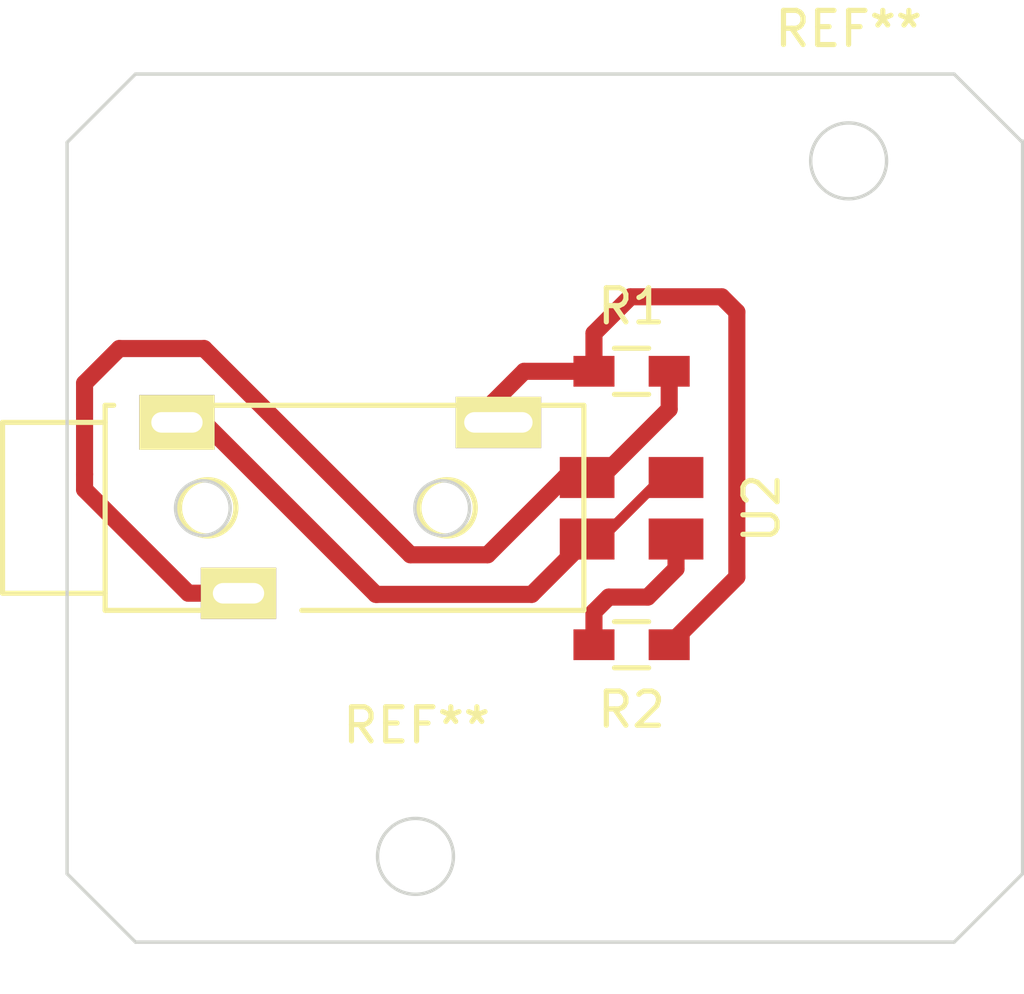
<source format=kicad_pcb>
(kicad_pcb (version 4) (host pcbnew "(after 2015-may-01 BZR unknown)-product")

  (general
    (links 7)
    (no_connects 0)
    (area 93.448612 89.6038 147.236708 119.69968)
    (thickness 1.6)
    (drawings 13)
    (tracks 35)
    (zones 0)
    (modules 6)
    (nets 5)
  )

  (page A4)
  (layers
    (0 F.Cu signal)
    (31 B.Cu signal hide)
    (32 B.Adhes user hide)
    (33 F.Adhes user hide)
    (34 B.Paste user)
    (35 F.Paste user hide)
    (36 B.SilkS user hide)
    (37 F.SilkS user)
    (38 B.Mask user hide)
    (39 F.Mask user hide)
    (40 Dwgs.User user hide)
    (41 Cmts.User user hide)
    (42 Eco1.User user hide)
    (43 Eco2.User user hide)
    (44 Edge.Cuts user)
    (45 Margin user hide)
    (46 B.CrtYd user hide)
    (47 F.CrtYd user hide)
    (48 B.Fab user hide)
    (49 F.Fab user hide)
  )

  (setup
    (last_trace_width 0.25)
    (user_trace_width 0.3)
    (user_trace_width 0.5)
    (trace_clearance 0.2)
    (zone_clearance 0.508)
    (zone_45_only no)
    (trace_min 0.2)
    (segment_width 0.2)
    (edge_width 0.1)
    (via_size 0.6)
    (via_drill 0.4)
    (via_min_size 0.4)
    (via_min_drill 0.3)
    (uvia_size 0.3)
    (uvia_drill 0.1)
    (uvias_allowed no)
    (uvia_min_size 0.2)
    (uvia_min_drill 0.1)
    (pcb_text_width 0.3)
    (pcb_text_size 1.5 1.5)
    (mod_edge_width 0.15)
    (mod_text_size 1 1)
    (mod_text_width 0.15)
    (pad_size 2.2 2.2)
    (pad_drill 1.5)
    (pad_to_mask_clearance 0)
    (aux_axis_origin 0 0)
    (grid_origin 132.72516 104.75468)
    (visible_elements 7FFEFFFF)
    (pcbplotparams
      (layerselection 0x01000_00000001)
      (usegerberextensions false)
      (excludeedgelayer true)
      (linewidth 0.100000)
      (plotframeref false)
      (viasonmask false)
      (mode 1)
      (useauxorigin false)
      (hpglpennumber 1)
      (hpglpenspeed 20)
      (hpglpendiameter 15)
      (hpglpenoverlay 2)
      (psnegative false)
      (psa4output false)
      (plotreference true)
      (plotvalue true)
      (plotinvisibletext false)
      (padsonsilk false)
      (subtractmaskfromsilk false)
      (outputformat 1)
      (mirror false)
      (drillshape 0)
      (scaleselection 1)
      (outputdirectory 150808SensorBoard_v1_01/))
  )

  (net 0 "")
  (net 1 "Net-(R1-Pad1)")
  (net 2 "Net-(R1-Pad2)")
  (net 3 "Net-(R2-Pad2)")
  (net 4 "Net-(U1-Pad2)")

  (net_class Default "これは標準のネット クラスです。"
    (clearance 0.2)
    (trace_width 0.25)
    (via_dia 0.6)
    (via_drill 0.4)
    (uvia_dia 0.3)
    (uvia_drill 0.1)
    (add_net "Net-(R1-Pad1)")
    (add_net "Net-(R1-Pad2)")
    (add_net "Net-(R2-Pad2)")
    (add_net "Net-(U1-Pad2)")
  )

  (module Resistors_SMD:R_0603_HandSoldering (layer F.Cu) (tedit 55C5908B) (tstamp 55C4AB39)
    (at 132.73786 100.74402)
    (descr "Resistor SMD 0603, hand soldering")
    (tags "resistor 0603")
    (path /55602FD5)
    (attr smd)
    (fp_text reference R1 (at 0 -1.9) (layer F.SilkS)
      (effects (font (size 1 1) (thickness 0.15)))
    )
    (fp_text value 10k (at 3.24612 -0.11684) (layer F.Fab)
      (effects (font (size 1 1) (thickness 0.15)))
    )
    (fp_line (start -2 -0.8) (end 2 -0.8) (layer F.CrtYd) (width 0.05))
    (fp_line (start -2 0.8) (end 2 0.8) (layer F.CrtYd) (width 0.05))
    (fp_line (start -2 -0.8) (end -2 0.8) (layer F.CrtYd) (width 0.05))
    (fp_line (start 2 -0.8) (end 2 0.8) (layer F.CrtYd) (width 0.05))
    (fp_line (start 0.5 0.675) (end -0.5 0.675) (layer F.SilkS) (width 0.15))
    (fp_line (start -0.5 -0.675) (end 0.5 -0.675) (layer F.SilkS) (width 0.15))
    (pad 1 smd rect (at -1.1 0) (size 1.2 0.9) (layers F.Cu F.Paste F.Mask)
      (net 1 "Net-(R1-Pad1)"))
    (pad 2 smd rect (at 1.1 0) (size 1.2 0.9) (layers F.Cu F.Paste F.Mask)
      (net 2 "Net-(R1-Pad2)"))
    (model Resistors_SMD.3dshapes/R_0603_HandSoldering.wrl
      (at (xyz 0 0 0))
      (scale (xyz 1 1 1))
      (rotate (xyz 0 0 0))
    )
  )

  (module Resistors_SMD:R_0603_HandSoldering (layer F.Cu) (tedit 55C59091) (tstamp 55C4AB3F)
    (at 132.73786 108.74502 180)
    (descr "Resistor SMD 0603, hand soldering")
    (tags "resistor 0603")
    (path /55603071)
    (attr smd)
    (fp_text reference R2 (at 0 -1.9 180) (layer F.SilkS)
      (effects (font (size 1 1) (thickness 0.15)))
    )
    (fp_text value 300 (at 3.54584 0.1397 180) (layer F.Fab)
      (effects (font (size 1 1) (thickness 0.15)))
    )
    (fp_line (start -2 -0.8) (end 2 -0.8) (layer F.CrtYd) (width 0.05))
    (fp_line (start -2 0.8) (end 2 0.8) (layer F.CrtYd) (width 0.05))
    (fp_line (start -2 -0.8) (end -2 0.8) (layer F.CrtYd) (width 0.05))
    (fp_line (start 2 -0.8) (end 2 0.8) (layer F.CrtYd) (width 0.05))
    (fp_line (start 0.5 0.675) (end -0.5 0.675) (layer F.SilkS) (width 0.15))
    (fp_line (start -0.5 -0.675) (end 0.5 -0.675) (layer F.SilkS) (width 0.15))
    (pad 1 smd rect (at -1.1 0 180) (size 1.2 0.9) (layers F.Cu F.Paste F.Mask)
      (net 1 "Net-(R1-Pad1)"))
    (pad 2 smd rect (at 1.1 0 180) (size 1.2 0.9) (layers F.Cu F.Paste F.Mask)
      (net 3 "Net-(R2-Pad2)"))
    (model Resistors_SMD.3dshapes/R_0603_HandSoldering.wrl
      (at (xyz 0 0 0))
      (scale (xyz 1 1 1))
      (rotate (xyz 0 0 0))
    )
  )

  (module Wire_Pads:SolderWirePad_single_2mmDrill (layer F.Cu) (tedit 55CA21E5) (tstamp 55C5E914)
    (at 139.08532 94.5388)
    (fp_text reference REF** (at 0 -3.81) (layer F.SilkS)
      (effects (font (size 1 1) (thickness 0.15)))
    )
    (fp_text value "" (at -0.635 3.81) (layer F.Fab) hide
      (effects (font (size 1 1) (thickness 0.15)))
    )
  )

  (module Wire_Pads:SolderWirePad_single_2mmDrill (layer F.Cu) (tedit 55CA21F0) (tstamp 55C5E919)
    (at 126.45136 114.91468)
    (fp_text reference REF** (at 0 -3.81) (layer F.SilkS)
      (effects (font (size 1 1) (thickness 0.15)))
    )
    (fp_text value "" (at -0.635 3.81) (layer F.Fab)
      (effects (font (size 1 1) (thickness 0.15)))
    )
  )

  (module HACKberry_v1:MINIATURE_JACK_MJ-4535-3 (layer F.Cu) (tedit 55C5CA70) (tstamp 55C4AB52)
    (at 120.34266 104.73944 180)
    (path /55C4B6D8)
    (fp_text reference U1 (at 0 3.81 180) (layer F.SilkS) hide
      (effects (font (size 1 1) (thickness 0.15)))
    )
    (fp_text value 3-CONDUCTOR_MINIATUIRE_JACK_MJ-4535-3-RESCUE-HandBoard_v1 (at 0 -5 180) (layer F.Fab)
      (effects (font (size 1 1) (thickness 0.15)))
    )
    (fp_line (start -11 3) (end -9.75 3) (layer F.SilkS) (width 0.15))
    (fp_line (start 6 2.5) (end 3 2.5) (layer F.SilkS) (width 0.15))
    (fp_line (start 3 -3) (end 3 3) (layer F.SilkS) (width 0.15))
    (fp_line (start 2.75 3) (end 3 3) (layer F.SilkS) (width 0.15))
    (fp_line (start -7.25 3) (end 0.25 3) (layer F.SilkS) (width 0.15))
    (fp_line (start -0.25 -3) (end 3 -3) (layer F.SilkS) (width 0.15))
    (fp_line (start -2.75 -3) (end -11 -3) (layer F.SilkS) (width 0.15))
    (fp_line (start -11 -3) (end -11 3) (layer F.SilkS) (width 0.15))
    (fp_line (start 6 -2.5) (end 6 2.5) (layer F.SilkS) (width 0.15))
    (fp_line (start 3 -2.5) (end 6 -2.5) (layer F.SilkS) (width 0.15))
    (fp_circle (center -7 0) (end -6.8 0.8) (layer F.SilkS) (width 0.15))
    (fp_circle (center 0 0) (end -0.2 0.8) (layer F.SilkS) (width 0.15))
    (pad 4 thru_hole rect (at -0.9 -2.5 180) (size 2.2 1.5) (drill oval 1.5 0.6) (layers *.Cu *.Mask F.SilkS)
      (net 2 "Net-(R1-Pad2)"))
    (pad 2 thru_hole rect (at 0.9 2.5 180) (size 2.2 1.6) (drill oval 1.5 0.6) (layers *.Cu *.Mask F.SilkS)
      (net 4 "Net-(U1-Pad2)"))
    (pad 1 thru_hole rect (at -8.5 2.5 180) (size 2.5 1.5) (drill oval 2 0.6) (layers *.Cu *.Mask F.SilkS)
      (net 1 "Net-(R1-Pad1)"))
  )

  (module HACKberry_v1:TPR-105smd (layer F.Cu) (tedit 55C59085) (tstamp 55C4AB5A)
    (at 132.73786 104.75214 90)
    (path /55602C89)
    (fp_text reference U2 (at 0 3.8 90) (layer F.SilkS)
      (effects (font (size 1 1) (thickness 0.15)))
    )
    (fp_text value TPR-105 (at 5.23494 -1.43256 90) (layer F.Fab)
      (effects (font (size 1 1) (thickness 0.15)))
    )
    (pad 1 smd rect (at -0.9 -1.3 90) (size 1.2 1.6) (layers F.Cu F.Paste F.Mask)
      (net 4 "Net-(U1-Pad2)"))
    (pad 2 smd rect (at -0.9 1.3 90) (size 1.2 1.6) (layers F.Cu F.Paste F.Mask)
      (net 3 "Net-(R2-Pad2)"))
    (pad 3 smd rect (at 0.9 1.3 90) (size 1.2 1.6) (layers F.Cu F.Paste F.Mask)
      (net 4 "Net-(U1-Pad2)"))
    (pad 4 smd rect (at 0.9 -1.3 90) (size 1.2 1.6) (layers F.Cu F.Paste F.Mask)
      (net 2 "Net-(R1-Pad2)"))
  )

  (gr_circle (center 126.41834 114.93754) (end 126.42088 113.82756) (layer Edge.Cuts) (width 0.1))
  (gr_circle (center 139.08532 94.58706) (end 139.192 93.48216) (layer Edge.Cuts) (width 0.1))
  (gr_line (start 144.17294 115.44046) (end 144.16786 115.44046) (angle 90) (layer Edge.Cuts) (width 0.1))
  (gr_line (start 144.17294 94.00794) (end 144.17294 115.44046) (angle 90) (layer Edge.Cuts) (width 0.1))
  (gr_circle (center 127.2004 104.74706) (end 127.2004 105.54706) (layer Edge.Cuts) (width 0.1))
  (gr_circle (center 120.2004 104.74706) (end 120.2004 105.54706) (layer Edge.Cuts) (width 0.1))
  (gr_line (start 142.1704 117.44706) (end 144.1704 115.44706) (layer Edge.Cuts) (width 0.1))
  (gr_line (start 118.2304 117.44706) (end 142.1704 117.44706) (layer Edge.Cuts) (width 0.1))
  (gr_line (start 116.2304 115.44706) (end 118.2304 117.44706) (layer Edge.Cuts) (width 0.1))
  (gr_line (start 116.2304 94.04706) (end 116.2304 115.44706) (layer Edge.Cuts) (width 0.1))
  (gr_line (start 118.2304 92.04706) (end 116.2304 94.04706) (layer Edge.Cuts) (width 0.1))
  (gr_line (start 142.1704 92.04706) (end 118.2304 92.04706) (layer Edge.Cuts) (width 0.1))
  (gr_line (start 144.1704 94.04706) (end 142.1704 92.04706) (layer Edge.Cuts) (width 0.1))

  (segment (start 129.59842 100.74402) (end 131.63786 100.74402) (width 0.5) (layer F.Cu) (net 1) (tstamp 55C592DA))
  (segment (start 128.70296 101.63948) (end 129.59842 100.74402) (width 0.5) (layer F.Cu) (net 1) (tstamp 55C592D8))
  (segment (start 128.70296 102.2369) (end 128.70296 101.63948) (width 0.5) (layer F.Cu) (net 1))
  (segment (start 131.63786 99.63422) (end 132.70738 98.5647) (width 0.5) (layer F.Cu) (net 1) (tstamp 55C592DF))
  (segment (start 132.70738 98.5647) (end 135.37438 98.5647) (width 0.5) (layer F.Cu) (net 1) (tstamp 55C592E1))
  (segment (start 135.37438 98.5647) (end 135.81634 99.00666) (width 0.5) (layer F.Cu) (net 1) (tstamp 55C592E2))
  (segment (start 135.81634 99.00666) (end 135.81634 106.76654) (width 0.5) (layer F.Cu) (net 1) (tstamp 55C592E3))
  (segment (start 135.81634 106.76654) (end 133.83786 108.74502) (width 0.5) (layer F.Cu) (net 1) (tstamp 55C592E8))
  (segment (start 131.63786 100.74402) (end 131.63786 99.63422) (width 0.5) (layer F.Cu) (net 1))
  (segment (start 131.83954 103.85214) (end 131.43786 103.85214) (width 0.5) (layer F.Cu) (net 2) (tstamp 55C592F6))
  (segment (start 133.83786 101.85382) (end 131.83954 103.85214) (width 0.5) (layer F.Cu) (net 2) (tstamp 55C592F2))
  (segment (start 133.83786 100.74402) (end 133.83786 101.85382) (width 0.5) (layer F.Cu) (net 2))
  (segment (start 131.43786 103.85214) (end 130.78798 103.85214) (width 0.5) (layer F.Cu) (net 2))
  (segment (start 116.74094 104.2035) (end 119.77434 107.2369) (width 0.5) (layer F.Cu) (net 2) (tstamp 55C5D251))
  (segment (start 119.77434 107.2369) (end 121.10296 107.2369) (width 0.5) (layer F.Cu) (net 2) (tstamp 55C5D254))
  (segment (start 130.78798 103.85214) (end 128.52654 106.11358) (width 0.5) (layer F.Cu) (net 2) (tstamp 55C59350))
  (segment (start 116.74094 101.09454) (end 116.74094 103.75646) (width 0.5) (layer F.Cu) (net 2) (tstamp 55C5935F))
  (segment (start 117.75694 100.07854) (end 116.74094 101.09454) (width 0.5) (layer F.Cu) (net 2) (tstamp 55C5935E))
  (segment (start 120.23598 100.07854) (end 117.75694 100.07854) (width 0.5) (layer F.Cu) (net 2) (tstamp 55C5935D))
  (segment (start 126.27102 106.11358) (end 120.23598 100.07854) (width 0.5) (layer F.Cu) (net 2) (tstamp 55C59359))
  (segment (start 128.52654 106.11358) (end 126.27102 106.11358) (width 0.5) (layer F.Cu) (net 2) (tstamp 55C59354))
  (segment (start 116.74094 103.75646) (end 116.74094 104.2035) (width 0.5) (layer F.Cu) (net 2))
  (segment (start 134.03786 106.523) (end 133.2103 107.35056) (width 0.5) (layer F.Cu) (net 3) (tstamp 55C59309))
  (segment (start 133.2103 107.35056) (end 132.06984 107.35056) (width 0.5) (layer F.Cu) (net 3) (tstamp 55C59311))
  (segment (start 132.06984 107.35056) (end 131.63786 107.78254) (width 0.5) (layer F.Cu) (net 3) (tstamp 55C59313))
  (segment (start 131.63786 107.78254) (end 131.63786 108.74502) (width 0.5) (layer F.Cu) (net 3) (tstamp 55C59318))
  (segment (start 134.03786 105.65214) (end 134.03786 106.523) (width 0.5) (layer F.Cu) (net 3))
  (segment (start 131.8404 105.65214) (end 131.43786 105.65214) (width 0.5) (layer F.Cu) (net 4) (tstamp 55C592C6))
  (segment (start 133.6404 103.85214) (end 131.8404 105.65214) (width 0.3) (layer F.Cu) (net 4) (tstamp 55C592BC))
  (segment (start 134.03786 103.85214) (end 133.6404 103.85214) (width 0.5) (layer F.Cu) (net 4))
  (segment (start 120.22518 102.2369) (end 119.30296 102.2369) (width 0.5) (layer F.Cu) (net 4) (tstamp 55C5D22C))
  (segment (start 125.29566 107.27182) (end 129.81818 107.27182) (width 0.5) (layer F.Cu) (net 4) (tstamp 55C59372))
  (segment (start 131.43786 105.65214) (end 129.81818 107.27182) (width 0.5) (layer F.Cu) (net 4) (tstamp 55C59375))
  (segment (start 125.2601 107.27182) (end 120.22518 102.2369) (width 0.5) (layer F.Cu) (net 4) (tstamp 55C5D225))
  (segment (start 125.29566 107.27182) (end 125.2601 107.27182) (width 0.5) (layer F.Cu) (net 4))

  (zone (net 1) (net_name "Net-(R1-Pad1)") (layer F.Cu) (tstamp 55C59794) (hatch edge 0.508)
    (connect_pads (clearance 0.508))
    (min_thickness 0.254)
    (fill yes (arc_segments 16) (thermal_gap 0.508) (thermal_bridge_width 0.508))
    (polygon
      (pts
        (xy 118.30812 92.05214) (xy 116.24818 94.0308) (xy 116.23548 115.45062) (xy 118.23192 117.44452) (xy 142.16888 117.44706)
        (xy 144.1704 115.443) (xy 144.17548 94.03842) (xy 142.17904 92.04706)
      )
    )
  )
)

</source>
